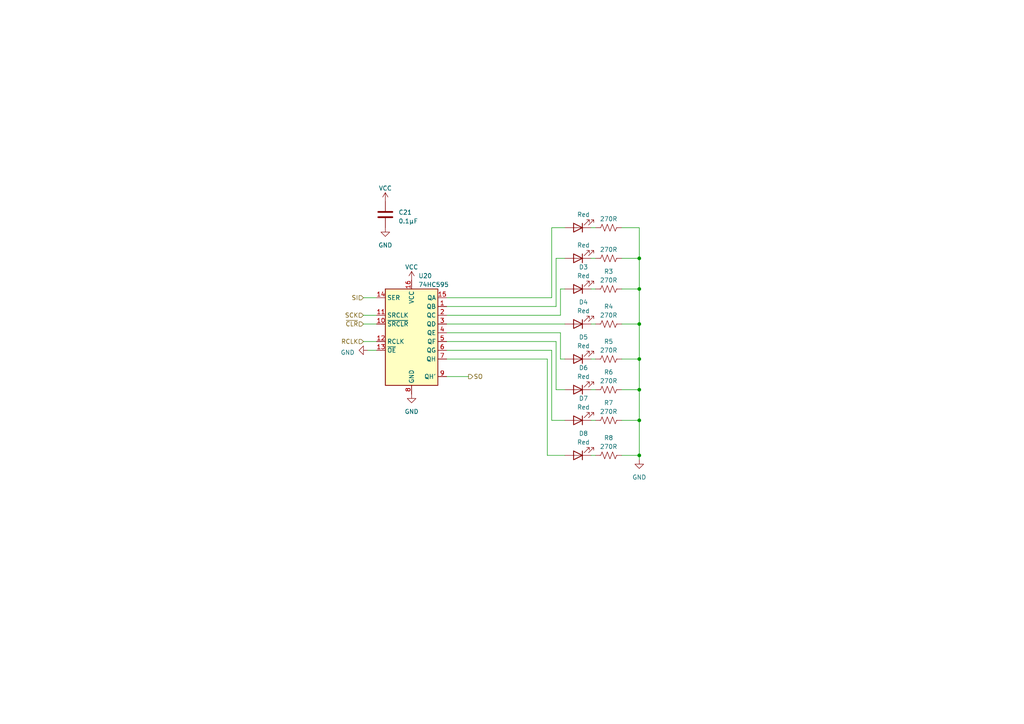
<source format=kicad_sch>
(kicad_sch (version 20250114) (generator "eeschema") (generator_version "9.0")
  (paper "A4")
  (lib_symbols
    (symbol "74xx:74HC595"
      (property "Reference" "U" (at -7.62 13.97 0))
      (property "Value" "74HC595" (at -7.62 -16.51 0))
      (symbol "74HC595_1_0"
        (pin input line (at -10.16 10.16 0) (length 2.54) (name "SER") (number "14"))
        (pin input line (at -10.16 5.08 0) (length 2.54) (name "SRCLK") (number "11"))
        (pin input line (at -10.16 2.54 0) (length 2.54) (name "~{SRCLR}") (number "10"))
        (pin input line (at -10.16 -2.54 0) (length 2.54) (name "RCLK") (number "12"))
        (pin input line (at -10.16 -5.08 0) (length 2.54) (name "~{OE}") (number "13"))
        (pin power_in line (at 0 15.24 270) (length 2.54) (name "VCC") (number "16"))
        (pin power_in line (at 0 -17.78 90) (length 2.54) (name "GND") (number "8"))
        (pin tri_state line (at 10.16 10.16 180) (length 2.54) (name "QA") (number "15"))
        (pin tri_state line (at 10.16 7.62 180) (length 2.54) (name "QB") (number "1"))
        (pin tri_state line (at 10.16 5.08 180) (length 2.54) (name "QC") (number "2"))
        (pin tri_state line (at 10.16 2.54 180) (length 2.54) (name "QD") (number "3"))
        (pin tri_state line (at 10.16 0 180) (length 2.54) (name "QE") (number "4"))
        (pin tri_state line (at 10.16 -2.54 180) (length 2.54) (name "QF") (number "5"))
        (pin tri_state line (at 10.16 -5.08 180) (length 2.54) (name "QG") (number "6"))
        (pin tri_state line (at 10.16 -7.62 180) (length 2.54) (name "QH") (number "7"))
        (pin output line (at 10.16 -12.7 180) (length 2.54) (name "QH'") (number "9"))
      )
      (symbol "74HC595_1_1"
        (rectangle (start -7.62 12.7) (end 7.62 -15.24) (stroke (width 0.254)) (fill (type background)))
      )
    )
    (symbol "Device:C" (pin_numbers (hide yes)) (pin_names (offset 0.254))
      (property "Reference" "C" (at 0.635 2.54 0))
      (property "Value" "C" (at 0.635 -2.54 0))
      (symbol "C_0_1"
        (polyline (pts (xy -2.032 0.762) (xy 2.032 0.762)) (stroke (width 0.508)))
        (polyline (pts (xy -2.032 -0.762) (xy 2.032 -0.762)) (stroke (width 0.508)))
      )
      (symbol "C_1_1"
        (pin passive line (at 0 3.81 270) (length 2.794) (name "~") (number "1"))
        (pin passive line (at 0 -3.81 90) (length 2.794) (name "~") (number "2"))
      )
    )
    (symbol "Device:LED" (pin_numbers (hide yes)) (pin_names (offset 1.016) (hide yes))
      (property "Reference" "D" (at 0 2.54 0))
      (property "Value" "LED" (at 0 -2.54 0))
      (symbol "LED_0_1"
        (polyline (pts (xy -3.048 -0.762) (xy -4.572 -2.286) (xy -3.81 -2.286) (xy -4.572 -2.286) (xy -4.572 -1.524)))
        (polyline (pts (xy -1.778 -0.762) (xy -3.302 -2.286) (xy -2.54 -2.286) (xy -3.302 -2.286) (xy -3.302 -1.524)))
        (polyline (pts (xy -1.27 0) (xy 1.27 0)))
        (polyline (pts (xy -1.27 -1.27) (xy -1.27 1.27)) (stroke (width 0.254)))
        (polyline (pts (xy 1.27 -1.27) (xy 1.27 1.27) (xy -1.27 0) (xy 1.27 -1.27)) (stroke (width 0.254)))
      )
      (symbol "LED_1_1"
        (pin passive line (at -3.81 0 0) (length 2.54) (name "K") (number "1"))
        (pin passive line (at 3.81 0 180) (length 2.54) (name "A") (number "2"))
      )
    )
    (symbol "Device:R_US" (pin_numbers (hide yes)) (pin_names (offset 0))
      (property "Reference" "R" (at 2.54 0 90))
      (property "Value" "R_US" (at -2.54 0 90))
      (symbol "R_US_0_1"
        (polyline (pts (xy 0 2.286) (xy 0 2.54)))
        (polyline (pts (xy 0 2.286) (xy 1.016 1.905) (xy 0 1.524) (xy -1.016 1.143) (xy 0 0.762)))
        (polyline (pts (xy 0 0.762) (xy 1.016 0.381) (xy 0 0) (xy -1.016 -0.381) (xy 0 -0.762)))
        (polyline (pts (xy 0 -0.762) (xy 1.016 -1.143) (xy 0 -1.524) (xy -1.016 -1.905) (xy 0 -2.286)))
        (polyline (pts (xy 0 -2.286) (xy 0 -2.54)))
      )
      (symbol "R_US_1_1"
        (pin passive line (at 0 3.81 270) (length 1.27) (name "~") (number "1"))
        (pin passive line (at 0 -3.81 90) (length 1.27) (name "~") (number "2"))
      )
    )
    (symbol "power:GND" (power) (pin_names (offset 0))
      (property "Value" "GND" (at 0 -3.81 0))
      (symbol "GND_0_1"
        (polyline (pts (xy 0 0) (xy 0 -1.27) (xy 1.27 -1.27) (xy 0 -2.54) (xy -1.27 -1.27) (xy 0 -1.27)))
      )
      (symbol "GND_1_1"
        (pin power_in line (at 0 0 270) (length 0) (hide yes) (name "GND") (number "1"))
      )
    )
    (symbol "power:VCC" (power) (pin_names (offset 0))
      (property "Value" "VCC" (at 0 3.81 0))
      (symbol "VCC_0_1"
        (polyline (pts (xy -0.762 1.27) (xy 0 2.54)))
        (polyline (pts (xy 0 2.54) (xy 0.762 1.27)))
        (polyline (pts (xy 0 0) (xy 0 2.54)))
      )
      (symbol "VCC_1_1"
        (pin power_in line (at 0 0 90) (length 0) (hide yes) (name "VCC") (number "1"))
      )
    )
  )
  (junction (at 185.42 104.14))
  (junction (at 185.42 93.98))
  (junction (at 185.42 83.82))
  (junction (at 185.42 121.92))
  (junction (at 185.42 113.03))
  (junction (at 185.42 74.93))
  (junction (at 185.42 132.08))
  (wire (pts (xy 180.34 93.98) (xy 185.42 93.98)))
  (wire (pts (xy 180.34 132.08) (xy 185.42 132.08)))
  (wire (pts (xy 180.34 104.14) (xy 185.42 104.14)))
  (wire (pts (xy 160.02 66.04) (xy 160.02 86.36)))
  (wire (pts (xy 105.41 91.44) (xy 109.22 91.44)))
  (wire (pts (xy 171.45 113.03) (xy 172.72 113.03)))
  (wire (pts (xy 171.45 104.14) (xy 172.72 104.14)))
  (wire (pts (xy 185.42 104.14) (xy 185.42 113.03)))
  (wire (pts (xy 180.34 83.82) (xy 185.42 83.82)))
  (wire (pts (xy 161.29 113.03) (xy 163.83 113.03)))
  (wire (pts (xy 162.56 96.52) (xy 162.56 104.14)))
  (wire (pts (xy 171.45 121.92) (xy 172.72 121.92)))
  (wire (pts (xy 171.45 93.98) (xy 172.72 93.98)))
  (wire (pts (xy 180.34 74.93) (xy 185.42 74.93)))
  (wire (pts (xy 161.29 99.06) (xy 161.29 113.03)))
  (wire (pts (xy 171.45 132.08) (xy 172.72 132.08)))
  (wire (pts (xy 171.45 66.04) (xy 172.72 66.04)))
  (wire (pts (xy 158.75 132.08) (xy 163.83 132.08)))
  (wire (pts (xy 160.02 66.04) (xy 163.83 66.04)))
  (wire (pts (xy 106.68 101.6) (xy 109.22 101.6)))
  (wire (pts (xy 185.42 93.98) (xy 185.42 104.14)))
  (wire (pts (xy 160.02 86.36) (xy 129.54 86.36)))
  (wire (pts (xy 185.42 74.93) (xy 185.42 83.82)))
  (wire (pts (xy 180.34 121.92) (xy 185.42 121.92)))
  (wire (pts (xy 129.54 99.06) (xy 161.29 99.06)))
  (wire (pts (xy 185.42 66.04) (xy 185.42 74.93)))
  (wire (pts (xy 171.45 83.82) (xy 172.72 83.82)))
  (wire (pts (xy 180.34 66.04) (xy 185.42 66.04)))
  (wire (pts (xy 105.41 86.36) (xy 109.22 86.36)))
  (wire (pts (xy 129.54 109.22) (xy 135.89 109.22)))
  (wire (pts (xy 160.02 121.92) (xy 163.83 121.92)))
  (wire (pts (xy 185.42 83.82) (xy 185.42 93.98)))
  (wire (pts (xy 185.42 121.92) (xy 185.42 132.08)))
  (wire (pts (xy 185.42 132.08) (xy 185.42 133.35)))
  (wire (pts (xy 105.41 93.98) (xy 109.22 93.98)))
  (wire (pts (xy 163.83 74.93) (xy 161.29 74.93)))
  (wire (pts (xy 129.54 101.6) (xy 160.02 101.6)))
  (wire (pts (xy 160.02 101.6) (xy 160.02 121.92)))
  (wire (pts (xy 105.41 99.06) (xy 109.22 99.06)))
  (wire (pts (xy 180.34 113.03) (xy 185.42 113.03)))
  (wire (pts (xy 163.83 83.82) (xy 162.56 83.82)))
  (wire (pts (xy 171.45 74.93) (xy 172.72 74.93)))
  (wire (pts (xy 162.56 104.14) (xy 163.83 104.14)))
  (wire (pts (xy 129.54 88.9) (xy 161.29 88.9)))
  (wire (pts (xy 129.54 93.98) (xy 163.83 93.98)))
  (wire (pts (xy 129.54 91.44) (xy 162.56 91.44)))
  (wire (pts (xy 129.54 104.14) (xy 158.75 104.14)))
  (wire (pts (xy 158.75 104.14) (xy 158.75 132.08)))
  (wire (pts (xy 162.56 91.44) (xy 162.56 83.82)))
  (wire (pts (xy 129.54 96.52) (xy 162.56 96.52)))
  (wire (pts (xy 185.42 113.03) (xy 185.42 121.92)))
  (wire (pts (xy 161.29 74.93) (xy 161.29 88.9)))
  (hierarchical_label "~{CLR}" (shape input) (at 105.41 93.98 180))
  (hierarchical_label "SCK" (shape input) (at 105.41 91.44 180))
  (hierarchical_label "SI" (shape input) (at 105.41 86.36 180))
  (hierarchical_label "SO" (shape output) (at 135.89 109.22 0))
  (hierarchical_label "RCLK" (shape input) (at 105.41 99.06 180))
  (symbol (lib_id "Device:LED") (at 167.64 66.04 180) (unit 1)
    (property "Reference" "D1" (effects (hide yes)))
    (property "Value" "Red" (at 169.2275 62.23 0))
    (property "Footprint" "LED_SMD:LED_0603_1608Metric" (effects (hide yes)))
    (property "Mouser" "https://www.mouser.com/ProductDetail/604-AP2012ID" (effects (hide yes)))
  )
  (symbol (lib_id "Device:C") (at 111.76 62.23 0) (unit 1)
    (property "Reference" "C21" (at 115.57 61.595 0) (effects (justify left)))
    (property "Value" "0.1µF" (at 115.57 64.135 0) (effects (justify left)))
    (property "Footprint" "Capacitor_SMD:C_0603_1608Metric" (effects (hide yes)))
    (property "Mouser" "https://www.mouser.com/ProductDetail/963-EMK107B7104KAHT" (effects (hide yes)))
  )
  (symbol (lib_id "power:GND") (at 185.42 133.35 0) (unit 1)
    (property "Reference" "#PWR0113" (effects (hide yes)))
    (property "Value" "GND" (at 185.42 138.43 0))
  )
  (symbol (lib_id "Device:R_US") (at 176.53 132.08 90) (unit 1)
    (property "Reference" "R8" (at 176.53 127 90))
    (property "Value" "270R" (at 176.53 129.54 90))
    (property "Footprint" "Capacitor_SMD:C_0603_1608Metric" (effects (hide yes)))
    (property "Mouser" "https://www.mouser.com/ProductDetail/652-CR0603FX-2700ELF" (effects (hide yes)))
  )
  (symbol (lib_id "Device:LED") (at 167.64 83.82 180) (unit 1)
    (property "Reference" "D3" (at 169.2275 77.47 0))
    (property "Value" "Red" (at 169.2275 80.01 0))
    (property "Footprint" "LED_SMD:LED_0603_1608Metric" (effects (hide yes)))
    (property "Mouser" "https://www.mouser.com/ProductDetail/604-AP2012ID" (effects (hide yes)))
  )
  (symbol (lib_id "74xx:74HC595") (at 119.38 96.52 0) (unit 1)
    (property "Reference" "U20" (at 121.3359 80.01 0) (effects (justify left)))
    (property "Value" "74HC595" (at 121.3359 82.55 0) (effects (justify left)))
    (property "Footprint" "Package_SO:TSSOP-16_4.4x5mm_P0.65mm" (effects (hide yes)))
    (property "Datasheet" "http://www.ti.com/lit/ds/symlink/sn74hc595.pdf" (effects (hide yes)))
  )
  (symbol (lib_id "Device:R_US") (at 176.53 83.82 90) (unit 1)
    (property "Reference" "R3" (at 176.53 78.74 90))
    (property "Value" "270R" (at 176.53 81.28 90))
    (property "Footprint" "Capacitor_SMD:C_0603_1608Metric" (effects (hide yes)))
    (property "Mouser" "https://www.mouser.com/ProductDetail/652-CR0603FX-2700ELF" (effects (hide yes)))
  )
  (symbol (lib_id "Device:R_US") (at 176.53 113.03 90) (unit 1)
    (property "Reference" "R6" (at 176.53 107.95 90))
    (property "Value" "270R" (at 176.53 110.49 90))
    (property "Footprint" "Capacitor_SMD:C_0603_1608Metric" (effects (hide yes)))
    (property "Mouser" "https://www.mouser.com/ProductDetail/652-CR0603FX-2700ELF" (effects (hide yes)))
  )
  (symbol (lib_id "Device:LED") (at 167.64 132.08 180) (unit 1)
    (property "Reference" "D8" (at 169.2275 125.73 0))
    (property "Value" "Red" (at 169.2275 128.27 0))
    (property "Footprint" "LED_SMD:LED_0603_1608Metric" (effects (hide yes)))
    (property "Mouser" "https://www.mouser.com/ProductDetail/604-AP2012ID" (effects (hide yes)))
  )
  (symbol (lib_id "power:GND") (at 119.38 114.3 0) (unit 1)
    (property "Reference" "#PWR0112" (effects (hide yes)))
    (property "Value" "GND" (at 119.38 119.38 0))
  )
  (symbol (lib_id "Device:LED") (at 167.64 104.14 180) (unit 1)
    (property "Reference" "D5" (at 169.2275 97.79 0))
    (property "Value" "Red" (at 169.2275 100.33 0))
    (property "Footprint" "LED_SMD:LED_0603_1608Metric" (effects (hide yes)))
    (property "Mouser" "https://www.mouser.com/ProductDetail/604-AP2012ID" (effects (hide yes)))
  )
  (symbol (lib_id "Device:LED") (at 167.64 121.92 180) (unit 1)
    (property "Reference" "D7" (at 169.2275 115.57 0))
    (property "Value" "Red" (at 169.2275 118.11 0))
    (property "Footprint" "LED_SMD:LED_0603_1608Metric" (effects (hide yes)))
    (property "Mouser" "https://www.mouser.com/ProductDetail/604-AP2012ID" (effects (hide yes)))
  )
  (symbol (lib_id "power:VCC") (at 119.38 81.28 0) (unit 1)
    (property "Reference" "#PWR0111" (effects (hide yes)))
    (property "Value" "VCC" (at 119.38 77.47 0))
  )
  (symbol (lib_id "power:GND") (at 111.76 66.04 0) (unit 1)
    (property "Reference" "#PWR0110" (effects (hide yes)))
    (property "Value" "GND" (at 111.76 71.12 0))
  )
  (symbol (lib_id "Device:R_US") (at 176.53 74.93 90) (unit 1)
    (property "Reference" "R2" (effects (hide yes)))
    (property "Value" "270R" (at 176.53 72.39 90))
    (property "Footprint" "Capacitor_SMD:C_0603_1608Metric" (effects (hide yes)))
    (property "Mouser" "https://www.mouser.com/ProductDetail/652-CR0603FX-2700ELF" (effects (hide yes)))
  )
  (symbol (lib_id "Device:R_US") (at 176.53 104.14 90) (unit 1)
    (property "Reference" "R5" (at 176.53 99.06 90))
    (property "Value" "270R" (at 176.53 101.6 90))
    (property "Footprint" "Capacitor_SMD:C_0603_1608Metric" (effects (hide yes)))
    (property "Mouser" "https://www.mouser.com/ProductDetail/652-CR0603FX-2700ELF" (effects (hide yes)))
  )
  (symbol (lib_id "Device:R_US") (at 176.53 93.98 90) (unit 1)
    (property "Reference" "R4" (at 176.53 88.9 90))
    (property "Value" "270R" (at 176.53 91.44 90))
    (property "Footprint" "Capacitor_SMD:C_0603_1608Metric" (effects (hide yes)))
    (property "Mouser" "https://www.mouser.com/ProductDetail/652-CR0603FX-2700ELF" (effects (hide yes)))
  )
  (symbol (lib_id "Device:LED") (at 167.64 93.98 180) (unit 1)
    (property "Reference" "D4" (at 169.2275 87.63 0))
    (property "Value" "Red" (at 169.2275 90.17 0))
    (property "Footprint" "LED_SMD:LED_0603_1608Metric" (effects (hide yes)))
    (property "Mouser" "https://www.mouser.com/ProductDetail/604-AP2012ID" (effects (hide yes)))
  )
  (symbol (lib_id "power:VCC") (at 111.76 58.42 0) (unit 1)
    (property "Reference" "#PWR0109" (effects (hide yes)))
    (property "Value" "VCC" (at 111.76 54.61 0))
  )
  (symbol (lib_id "Device:LED") (at 167.64 113.03 180) (unit 1)
    (property "Reference" "D6" (at 169.2275 106.68 0))
    (property "Value" "Red" (at 169.2275 109.22 0))
    (property "Footprint" "LED_SMD:LED_0603_1608Metric" (effects (hide yes)))
    (property "Mouser" "https://www.mouser.com/ProductDetail/604-AP2012ID" (effects (hide yes)))
  )
  (symbol (lib_id "power:GND") (at 106.68 101.6 270) (unit 1)
    (property "Reference" "#PWR0108" (effects (hide yes)))
    (property "Value" "GND" (at 102.87 102.235 90) (effects (justify right)))
  )
  (symbol (lib_id "Device:R_US") (at 176.53 66.04 90) (unit 1)
    (property "Reference" "R1" (effects (hide yes)))
    (property "Value" "270R" (at 176.53 63.5 90))
    (property "Footprint" "Capacitor_SMD:C_0603_1608Metric" (effects (hide yes)))
    (property "Mouser" "https://www.mouser.com/ProductDetail/652-CR0603FX-2700ELF" (effects (hide yes)))
  )
  (symbol (lib_id "Device:LED") (at 167.64 74.93 180) (unit 1)
    (property "Reference" "D2" (effects (hide yes)))
    (property "Value" "Red" (at 169.2275 71.12 0))
    (property "Footprint" "LED_SMD:LED_0603_1608Metric" (effects (hide yes)))
    (property "Mouser" "https://www.mouser.com/ProductDetail/604-AP2012ID" (effects (hide yes)))
  )
  (symbol (lib_id "Device:R_US") (at 176.53 121.92 90) (unit 1)
    (property "Reference" "R7" (at 176.53 116.84 90))
    (property "Value" "270R" (at 176.53 119.38 90))
    (property "Footprint" "Capacitor_SMD:C_0603_1608Metric" (effects (hide yes)))
    (property "Mouser" "https://www.mouser.com/ProductDetail/652-CR0603FX-2700ELF" (effects (hide yes)))
  )
)
</source>
